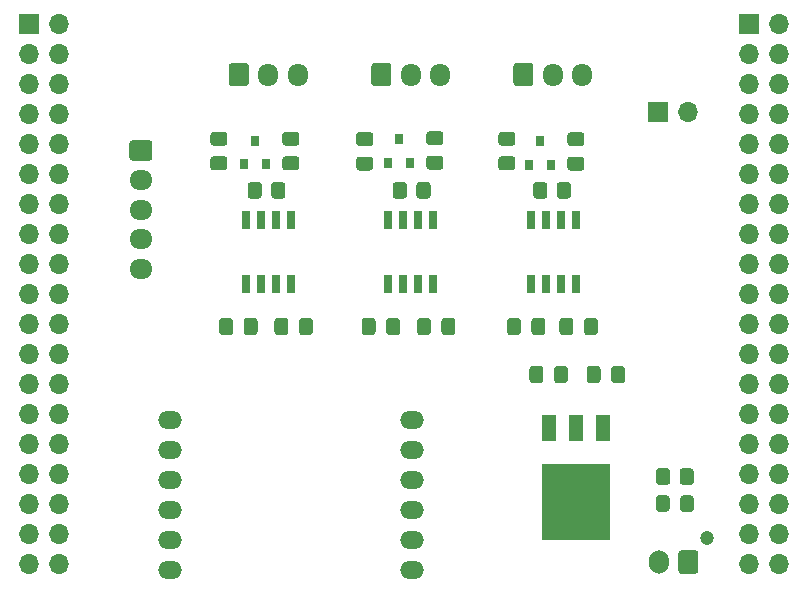
<source format=gts>
G04 #@! TF.GenerationSoftware,KiCad,Pcbnew,(5.1.10)-1*
G04 #@! TF.CreationDate,2021-07-06T11:53:58+05:30*
G04 #@! TF.ProjectId,STM_Morpho,53544d5f-4d6f-4727-9068-6f2e6b696361,rev?*
G04 #@! TF.SameCoordinates,PX7bfa480PY7270e00*
G04 #@! TF.FileFunction,Soldermask,Top*
G04 #@! TF.FilePolarity,Negative*
%FSLAX46Y46*%
G04 Gerber Fmt 4.6, Leading zero omitted, Abs format (unit mm)*
G04 Created by KiCad (PCBNEW (5.1.10)-1) date 2021-07-06 11:53:58*
%MOMM*%
%LPD*%
G01*
G04 APERTURE LIST*
%ADD10O,1.700000X1.700000*%
%ADD11R,1.700000X1.700000*%
%ADD12R,0.800000X0.900000*%
%ADD13O,2.000000X1.500000*%
%ADD14O,1.950000X1.700000*%
%ADD15R,5.800000X6.400000*%
%ADD16R,1.200000X2.200000*%
%ADD17C,1.200000*%
%ADD18O,1.700000X2.000000*%
%ADD19R,0.650000X1.528000*%
%ADD20O,1.700000X1.950000*%
G04 APERTURE END LIST*
D10*
G04 #@! TO.C,CN10*
X66750000Y3040000D03*
X64210000Y3040000D03*
X66750000Y5580000D03*
X64210000Y5580000D03*
X66750000Y8120000D03*
X64210000Y8120000D03*
X66750000Y10660000D03*
X64210000Y10660000D03*
X66750000Y13200000D03*
X64210000Y13200000D03*
X66750000Y15740000D03*
X64210000Y15740000D03*
X66750000Y18280000D03*
X64210000Y18280000D03*
X66750000Y20820000D03*
X64210000Y20820000D03*
X66750000Y23360000D03*
X64210000Y23360000D03*
X66750000Y25900000D03*
X64210000Y25900000D03*
X66750000Y28440000D03*
X64210000Y28440000D03*
X66750000Y30980000D03*
X64210000Y30980000D03*
X66750000Y33520000D03*
X64210000Y33520000D03*
X66750000Y36060000D03*
X64210000Y36060000D03*
X66750000Y38600000D03*
X64210000Y38600000D03*
X66750000Y41140000D03*
X64210000Y41140000D03*
X66750000Y43680000D03*
X64210000Y43680000D03*
X66750000Y46220000D03*
X64210000Y46220000D03*
X66750000Y48760000D03*
D11*
X64210000Y48760000D03*
G04 #@! TD*
G04 #@! TO.C,R3*
G36*
G01*
X47914000Y34195599D02*
X47914000Y35095601D01*
G75*
G02*
X48163999Y35345600I249999J0D01*
G01*
X48864001Y35345600D01*
G75*
G02*
X49114000Y35095601I0J-249999D01*
G01*
X49114000Y34195599D01*
G75*
G02*
X48864001Y33945600I-249999J0D01*
G01*
X48163999Y33945600D01*
G75*
G02*
X47914000Y34195599I0J249999D01*
G01*
G37*
G36*
G01*
X45914000Y34195599D02*
X45914000Y35095601D01*
G75*
G02*
X46163999Y35345600I249999J0D01*
G01*
X46864001Y35345600D01*
G75*
G02*
X47114000Y35095601I0J-249999D01*
G01*
X47114000Y34195599D01*
G75*
G02*
X46864001Y33945600I-249999J0D01*
G01*
X46163999Y33945600D01*
G75*
G02*
X45914000Y34195599I0J249999D01*
G01*
G37*
G04 #@! TD*
G04 #@! TO.C,R2*
G36*
G01*
X36020200Y34195599D02*
X36020200Y35095601D01*
G75*
G02*
X36270199Y35345600I249999J0D01*
G01*
X36970201Y35345600D01*
G75*
G02*
X37220200Y35095601I0J-249999D01*
G01*
X37220200Y34195599D01*
G75*
G02*
X36970201Y33945600I-249999J0D01*
G01*
X36270199Y33945600D01*
G75*
G02*
X36020200Y34195599I0J249999D01*
G01*
G37*
G36*
G01*
X34020200Y34195599D02*
X34020200Y35095601D01*
G75*
G02*
X34270199Y35345600I249999J0D01*
G01*
X34970201Y35345600D01*
G75*
G02*
X35220200Y35095601I0J-249999D01*
G01*
X35220200Y34195599D01*
G75*
G02*
X34970201Y33945600I-249999J0D01*
G01*
X34270199Y33945600D01*
G75*
G02*
X34020200Y34195599I0J249999D01*
G01*
G37*
G04 #@! TD*
G04 #@! TO.C,R1*
G36*
G01*
X23733200Y34195599D02*
X23733200Y35095601D01*
G75*
G02*
X23983199Y35345600I249999J0D01*
G01*
X24683201Y35345600D01*
G75*
G02*
X24933200Y35095601I0J-249999D01*
G01*
X24933200Y34195599D01*
G75*
G02*
X24683201Y33945600I-249999J0D01*
G01*
X23983199Y33945600D01*
G75*
G02*
X23733200Y34195599I0J249999D01*
G01*
G37*
G36*
G01*
X21733200Y34195599D02*
X21733200Y35095601D01*
G75*
G02*
X21983199Y35345600I249999J0D01*
G01*
X22683201Y35345600D01*
G75*
G02*
X22933200Y35095601I0J-249999D01*
G01*
X22933200Y34195599D01*
G75*
G02*
X22683201Y33945600I-249999J0D01*
G01*
X21983199Y33945600D01*
G75*
G02*
X21733200Y34195599I0J249999D01*
G01*
G37*
G04 #@! TD*
D12*
G04 #@! TO.C,D4*
X46482000Y38820600D03*
X47432000Y36820600D03*
X45532000Y36820600D03*
G04 #@! TD*
G04 #@! TO.C,D3*
X34544000Y38963600D03*
X35494000Y36963600D03*
X33594000Y36963600D03*
G04 #@! TD*
G04 #@! TO.C,D2*
X22352000Y38862000D03*
X23302000Y36862000D03*
X21402000Y36862000D03*
G04 #@! TD*
G04 #@! TO.C,C14*
G36*
G01*
X49055000Y37497600D02*
X50005000Y37497600D01*
G75*
G02*
X50255000Y37247600I0J-250000D01*
G01*
X50255000Y36572600D01*
G75*
G02*
X50005000Y36322600I-250000J0D01*
G01*
X49055000Y36322600D01*
G75*
G02*
X48805000Y36572600I0J250000D01*
G01*
X48805000Y37247600D01*
G75*
G02*
X49055000Y37497600I250000J0D01*
G01*
G37*
G36*
G01*
X49055000Y39572600D02*
X50005000Y39572600D01*
G75*
G02*
X50255000Y39322600I0J-250000D01*
G01*
X50255000Y38647600D01*
G75*
G02*
X50005000Y38397600I-250000J0D01*
G01*
X49055000Y38397600D01*
G75*
G02*
X48805000Y38647600I0J250000D01*
G01*
X48805000Y39322600D01*
G75*
G02*
X49055000Y39572600I250000J0D01*
G01*
G37*
G04 #@! TD*
G04 #@! TO.C,C13*
G36*
G01*
X44163000Y38419100D02*
X43213000Y38419100D01*
G75*
G02*
X42963000Y38669100I0J250000D01*
G01*
X42963000Y39344100D01*
G75*
G02*
X43213000Y39594100I250000J0D01*
G01*
X44163000Y39594100D01*
G75*
G02*
X44413000Y39344100I0J-250000D01*
G01*
X44413000Y38669100D01*
G75*
G02*
X44163000Y38419100I-250000J0D01*
G01*
G37*
G36*
G01*
X44163000Y36344100D02*
X43213000Y36344100D01*
G75*
G02*
X42963000Y36594100I0J250000D01*
G01*
X42963000Y37269100D01*
G75*
G02*
X43213000Y37519100I250000J0D01*
G01*
X44163000Y37519100D01*
G75*
G02*
X44413000Y37269100I0J-250000D01*
G01*
X44413000Y36594100D01*
G75*
G02*
X44163000Y36344100I-250000J0D01*
G01*
G37*
G04 #@! TD*
G04 #@! TO.C,C12*
G36*
G01*
X37117000Y37577700D02*
X38067000Y37577700D01*
G75*
G02*
X38317000Y37327700I0J-250000D01*
G01*
X38317000Y36652700D01*
G75*
G02*
X38067000Y36402700I-250000J0D01*
G01*
X37117000Y36402700D01*
G75*
G02*
X36867000Y36652700I0J250000D01*
G01*
X36867000Y37327700D01*
G75*
G02*
X37117000Y37577700I250000J0D01*
G01*
G37*
G36*
G01*
X37117000Y39652700D02*
X38067000Y39652700D01*
G75*
G02*
X38317000Y39402700I0J-250000D01*
G01*
X38317000Y38727700D01*
G75*
G02*
X38067000Y38477700I-250000J0D01*
G01*
X37117000Y38477700D01*
G75*
G02*
X36867000Y38727700I0J250000D01*
G01*
X36867000Y39402700D01*
G75*
G02*
X37117000Y39652700I250000J0D01*
G01*
G37*
G04 #@! TD*
G04 #@! TO.C,C11*
G36*
G01*
X32123400Y38401500D02*
X31173400Y38401500D01*
G75*
G02*
X30923400Y38651500I0J250000D01*
G01*
X30923400Y39326500D01*
G75*
G02*
X31173400Y39576500I250000J0D01*
G01*
X32123400Y39576500D01*
G75*
G02*
X32373400Y39326500I0J-250000D01*
G01*
X32373400Y38651500D01*
G75*
G02*
X32123400Y38401500I-250000J0D01*
G01*
G37*
G36*
G01*
X32123400Y36326500D02*
X31173400Y36326500D01*
G75*
G02*
X30923400Y36576500I0J250000D01*
G01*
X30923400Y37251500D01*
G75*
G02*
X31173400Y37501500I250000J0D01*
G01*
X32123400Y37501500D01*
G75*
G02*
X32373400Y37251500I0J-250000D01*
G01*
X32373400Y36576500D01*
G75*
G02*
X32123400Y36326500I-250000J0D01*
G01*
G37*
G04 #@! TD*
G04 #@! TO.C,C10*
G36*
G01*
X24925000Y37523000D02*
X25875000Y37523000D01*
G75*
G02*
X26125000Y37273000I0J-250000D01*
G01*
X26125000Y36598000D01*
G75*
G02*
X25875000Y36348000I-250000J0D01*
G01*
X24925000Y36348000D01*
G75*
G02*
X24675000Y36598000I0J250000D01*
G01*
X24675000Y37273000D01*
G75*
G02*
X24925000Y37523000I250000J0D01*
G01*
G37*
G36*
G01*
X24925000Y39598000D02*
X25875000Y39598000D01*
G75*
G02*
X26125000Y39348000I0J-250000D01*
G01*
X26125000Y38673000D01*
G75*
G02*
X25875000Y38423000I-250000J0D01*
G01*
X24925000Y38423000D01*
G75*
G02*
X24675000Y38673000I0J250000D01*
G01*
X24675000Y39348000D01*
G75*
G02*
X24925000Y39598000I250000J0D01*
G01*
G37*
G04 #@! TD*
G04 #@! TO.C,C9*
G36*
G01*
X19779000Y38419100D02*
X18829000Y38419100D01*
G75*
G02*
X18579000Y38669100I0J250000D01*
G01*
X18579000Y39344100D01*
G75*
G02*
X18829000Y39594100I250000J0D01*
G01*
X19779000Y39594100D01*
G75*
G02*
X20029000Y39344100I0J-250000D01*
G01*
X20029000Y38669100D01*
G75*
G02*
X19779000Y38419100I-250000J0D01*
G01*
G37*
G36*
G01*
X19779000Y36344100D02*
X18829000Y36344100D01*
G75*
G02*
X18579000Y36594100I0J250000D01*
G01*
X18579000Y37269100D01*
G75*
G02*
X18829000Y37519100I250000J0D01*
G01*
X19779000Y37519100D01*
G75*
G02*
X20029000Y37269100I0J-250000D01*
G01*
X20029000Y36594100D01*
G75*
G02*
X19779000Y36344100I-250000J0D01*
G01*
G37*
G04 #@! TD*
G04 #@! TO.C,R4*
G36*
G01*
X58312000Y9963999D02*
X58312000Y10864001D01*
G75*
G02*
X58561999Y11114000I249999J0D01*
G01*
X59262001Y11114000D01*
G75*
G02*
X59512000Y10864001I0J-249999D01*
G01*
X59512000Y9963999D01*
G75*
G02*
X59262001Y9714000I-249999J0D01*
G01*
X58561999Y9714000D01*
G75*
G02*
X58312000Y9963999I0J249999D01*
G01*
G37*
G36*
G01*
X56312000Y9963999D02*
X56312000Y10864001D01*
G75*
G02*
X56561999Y11114000I249999J0D01*
G01*
X57262001Y11114000D01*
G75*
G02*
X57512000Y10864001I0J-249999D01*
G01*
X57512000Y9963999D01*
G75*
G02*
X57262001Y9714000I-249999J0D01*
G01*
X56561999Y9714000D01*
G75*
G02*
X56312000Y9963999I0J249999D01*
G01*
G37*
G04 #@! TD*
G04 #@! TO.C,D1*
G36*
G01*
X58362000Y7677999D02*
X58362000Y8578001D01*
G75*
G02*
X58611999Y8828000I249999J0D01*
G01*
X59262001Y8828000D01*
G75*
G02*
X59512000Y8578001I0J-249999D01*
G01*
X59512000Y7677999D01*
G75*
G02*
X59262001Y7428000I-249999J0D01*
G01*
X58611999Y7428000D01*
G75*
G02*
X58362000Y7677999I0J249999D01*
G01*
G37*
G36*
G01*
X56312000Y7677999D02*
X56312000Y8578001D01*
G75*
G02*
X56561999Y8828000I249999J0D01*
G01*
X57212001Y8828000D01*
G75*
G02*
X57462000Y8578001I0J-249999D01*
G01*
X57462000Y7677999D01*
G75*
G02*
X57212001Y7428000I-249999J0D01*
G01*
X56561999Y7428000D01*
G75*
G02*
X56312000Y7677999I0J249999D01*
G01*
G37*
G04 #@! TD*
D13*
G04 #@! TO.C,J1*
X35630000Y15240000D03*
X15170000Y15240000D03*
X35630000Y12700000D03*
X15170000Y12700000D03*
X35630000Y10160000D03*
X15170000Y10160000D03*
X35630000Y7620000D03*
X15170000Y7620000D03*
X35630000Y5080000D03*
X15170000Y5080000D03*
X35630000Y2540000D03*
X15170000Y2540000D03*
G04 #@! TD*
D11*
G04 #@! TO.C,J3*
X56515000Y41275000D03*
D10*
X59055000Y41275000D03*
G04 #@! TD*
G04 #@! TO.C,CN7*
X5790000Y3040000D03*
X3250000Y3040000D03*
X5790000Y5580000D03*
X3250000Y5580000D03*
X5790000Y8120000D03*
X3250000Y8120000D03*
X5790000Y10660000D03*
X3250000Y10660000D03*
X5790000Y13200000D03*
X3250000Y13200000D03*
X5790000Y15740000D03*
X3250000Y15740000D03*
X5790000Y18280000D03*
X3250000Y18280000D03*
X5790000Y20820000D03*
X3250000Y20820000D03*
X5790000Y23360000D03*
X3250000Y23360000D03*
X5790000Y25900000D03*
X3250000Y25900000D03*
X5790000Y28440000D03*
X3250000Y28440000D03*
X5790000Y30980000D03*
X3250000Y30980000D03*
X5790000Y33520000D03*
X3250000Y33520000D03*
X5790000Y36060000D03*
X3250000Y36060000D03*
X5790000Y38600000D03*
X3250000Y38600000D03*
X5790000Y41140000D03*
X3250000Y41140000D03*
X5790000Y43680000D03*
X3250000Y43680000D03*
X5790000Y46220000D03*
X3250000Y46220000D03*
X5790000Y48760000D03*
D11*
X3250000Y48760000D03*
G04 #@! TD*
G04 #@! TO.C,SPI1*
G36*
G01*
X11975000Y38870000D02*
X13425000Y38870000D01*
G75*
G02*
X13675000Y38620000I0J-250000D01*
G01*
X13675000Y37420000D01*
G75*
G02*
X13425000Y37170000I-250000J0D01*
G01*
X11975000Y37170000D01*
G75*
G02*
X11725000Y37420000I0J250000D01*
G01*
X11725000Y38620000D01*
G75*
G02*
X11975000Y38870000I250000J0D01*
G01*
G37*
D14*
X12700000Y35520000D03*
X12700000Y33020000D03*
X12700000Y30520000D03*
X12700000Y28020000D03*
G04 #@! TD*
G04 #@! TO.C,C6*
G36*
G01*
X45767500Y22639000D02*
X45767500Y23589000D01*
G75*
G02*
X46017500Y23839000I250000J0D01*
G01*
X46692500Y23839000D01*
G75*
G02*
X46942500Y23589000I0J-250000D01*
G01*
X46942500Y22639000D01*
G75*
G02*
X46692500Y22389000I-250000J0D01*
G01*
X46017500Y22389000D01*
G75*
G02*
X45767500Y22639000I0J250000D01*
G01*
G37*
G36*
G01*
X43692500Y22639000D02*
X43692500Y23589000D01*
G75*
G02*
X43942500Y23839000I250000J0D01*
G01*
X44617500Y23839000D01*
G75*
G02*
X44867500Y23589000I0J-250000D01*
G01*
X44867500Y22639000D01*
G75*
G02*
X44617500Y22389000I-250000J0D01*
G01*
X43942500Y22389000D01*
G75*
G02*
X43692500Y22639000I0J250000D01*
G01*
G37*
G04 #@! TD*
G04 #@! TO.C,C5*
G36*
G01*
X33470000Y22639000D02*
X33470000Y23589000D01*
G75*
G02*
X33720000Y23839000I250000J0D01*
G01*
X34395000Y23839000D01*
G75*
G02*
X34645000Y23589000I0J-250000D01*
G01*
X34645000Y22639000D01*
G75*
G02*
X34395000Y22389000I-250000J0D01*
G01*
X33720000Y22389000D01*
G75*
G02*
X33470000Y22639000I0J250000D01*
G01*
G37*
G36*
G01*
X31395000Y22639000D02*
X31395000Y23589000D01*
G75*
G02*
X31645000Y23839000I250000J0D01*
G01*
X32320000Y23839000D01*
G75*
G02*
X32570000Y23589000I0J-250000D01*
G01*
X32570000Y22639000D01*
G75*
G02*
X32320000Y22389000I-250000J0D01*
G01*
X31645000Y22389000D01*
G75*
G02*
X31395000Y22639000I0J250000D01*
G01*
G37*
G04 #@! TD*
G04 #@! TO.C,C4*
G36*
G01*
X21405000Y22639000D02*
X21405000Y23589000D01*
G75*
G02*
X21655000Y23839000I250000J0D01*
G01*
X22330000Y23839000D01*
G75*
G02*
X22580000Y23589000I0J-250000D01*
G01*
X22580000Y22639000D01*
G75*
G02*
X22330000Y22389000I-250000J0D01*
G01*
X21655000Y22389000D01*
G75*
G02*
X21405000Y22639000I0J250000D01*
G01*
G37*
G36*
G01*
X19330000Y22639000D02*
X19330000Y23589000D01*
G75*
G02*
X19580000Y23839000I250000J0D01*
G01*
X20255000Y23839000D01*
G75*
G02*
X20505000Y23589000I0J-250000D01*
G01*
X20505000Y22639000D01*
G75*
G02*
X20255000Y22389000I-250000J0D01*
G01*
X19580000Y22389000D01*
G75*
G02*
X19330000Y22639000I0J250000D01*
G01*
G37*
G04 #@! TD*
D15*
G04 #@! TO.C,U1*
X49530000Y8255000D03*
D16*
X47250000Y14555000D03*
X49530000Y14555000D03*
X51810000Y14555000D03*
G04 #@! TD*
D17*
G04 #@! TO.C,J2*
X60655000Y5175000D03*
D18*
X56555000Y3175000D03*
G36*
G01*
X59905000Y3925000D02*
X59905000Y2425000D01*
G75*
G02*
X59655000Y2175000I-250000J0D01*
G01*
X58455000Y2175000D01*
G75*
G02*
X58205000Y2425000I0J250000D01*
G01*
X58205000Y3925000D01*
G75*
G02*
X58455000Y4175000I250000J0D01*
G01*
X59655000Y4175000D01*
G75*
G02*
X59905000Y3925000I0J-250000D01*
G01*
G37*
G04 #@! TD*
G04 #@! TO.C,C7*
G36*
G01*
X47672500Y18575000D02*
X47672500Y19525000D01*
G75*
G02*
X47922500Y19775000I250000J0D01*
G01*
X48597500Y19775000D01*
G75*
G02*
X48847500Y19525000I0J-250000D01*
G01*
X48847500Y18575000D01*
G75*
G02*
X48597500Y18325000I-250000J0D01*
G01*
X47922500Y18325000D01*
G75*
G02*
X47672500Y18575000I0J250000D01*
G01*
G37*
G36*
G01*
X45597500Y18575000D02*
X45597500Y19525000D01*
G75*
G02*
X45847500Y19775000I250000J0D01*
G01*
X46522500Y19775000D01*
G75*
G02*
X46772500Y19525000I0J-250000D01*
G01*
X46772500Y18575000D01*
G75*
G02*
X46522500Y18325000I-250000J0D01*
G01*
X45847500Y18325000D01*
G75*
G02*
X45597500Y18575000I0J250000D01*
G01*
G37*
G04 #@! TD*
G04 #@! TO.C,C8*
G36*
G01*
X51620000Y19525000D02*
X51620000Y18575000D01*
G75*
G02*
X51370000Y18325000I-250000J0D01*
G01*
X50695000Y18325000D01*
G75*
G02*
X50445000Y18575000I0J250000D01*
G01*
X50445000Y19525000D01*
G75*
G02*
X50695000Y19775000I250000J0D01*
G01*
X51370000Y19775000D01*
G75*
G02*
X51620000Y19525000I0J-250000D01*
G01*
G37*
G36*
G01*
X53695000Y19525000D02*
X53695000Y18575000D01*
G75*
G02*
X53445000Y18325000I-250000J0D01*
G01*
X52770000Y18325000D01*
G75*
G02*
X52520000Y18575000I0J250000D01*
G01*
X52520000Y19525000D01*
G75*
G02*
X52770000Y19775000I250000J0D01*
G01*
X53445000Y19775000D01*
G75*
G02*
X53695000Y19525000I0J-250000D01*
G01*
G37*
G04 #@! TD*
G04 #@! TO.C,C3*
G36*
G01*
X50212500Y22639000D02*
X50212500Y23589000D01*
G75*
G02*
X50462500Y23839000I250000J0D01*
G01*
X51137500Y23839000D01*
G75*
G02*
X51387500Y23589000I0J-250000D01*
G01*
X51387500Y22639000D01*
G75*
G02*
X51137500Y22389000I-250000J0D01*
G01*
X50462500Y22389000D01*
G75*
G02*
X50212500Y22639000I0J250000D01*
G01*
G37*
G36*
G01*
X48137500Y22639000D02*
X48137500Y23589000D01*
G75*
G02*
X48387500Y23839000I250000J0D01*
G01*
X49062500Y23839000D01*
G75*
G02*
X49312500Y23589000I0J-250000D01*
G01*
X49312500Y22639000D01*
G75*
G02*
X49062500Y22389000I-250000J0D01*
G01*
X48387500Y22389000D01*
G75*
G02*
X48137500Y22639000I0J250000D01*
G01*
G37*
G04 #@! TD*
G04 #@! TO.C,C2*
G36*
G01*
X38147500Y22639000D02*
X38147500Y23589000D01*
G75*
G02*
X38397500Y23839000I250000J0D01*
G01*
X39072500Y23839000D01*
G75*
G02*
X39322500Y23589000I0J-250000D01*
G01*
X39322500Y22639000D01*
G75*
G02*
X39072500Y22389000I-250000J0D01*
G01*
X38397500Y22389000D01*
G75*
G02*
X38147500Y22639000I0J250000D01*
G01*
G37*
G36*
G01*
X36072500Y22639000D02*
X36072500Y23589000D01*
G75*
G02*
X36322500Y23839000I250000J0D01*
G01*
X36997500Y23839000D01*
G75*
G02*
X37247500Y23589000I0J-250000D01*
G01*
X37247500Y22639000D01*
G75*
G02*
X36997500Y22389000I-250000J0D01*
G01*
X36322500Y22389000D01*
G75*
G02*
X36072500Y22639000I0J250000D01*
G01*
G37*
G04 #@! TD*
G04 #@! TO.C,C1*
G36*
G01*
X26082500Y22639000D02*
X26082500Y23589000D01*
G75*
G02*
X26332500Y23839000I250000J0D01*
G01*
X27007500Y23839000D01*
G75*
G02*
X27257500Y23589000I0J-250000D01*
G01*
X27257500Y22639000D01*
G75*
G02*
X27007500Y22389000I-250000J0D01*
G01*
X26332500Y22389000D01*
G75*
G02*
X26082500Y22639000I0J250000D01*
G01*
G37*
G36*
G01*
X24007500Y22639000D02*
X24007500Y23589000D01*
G75*
G02*
X24257500Y23839000I250000J0D01*
G01*
X24932500Y23839000D01*
G75*
G02*
X25182500Y23589000I0J-250000D01*
G01*
X25182500Y22639000D01*
G75*
G02*
X24932500Y22389000I-250000J0D01*
G01*
X24257500Y22389000D01*
G75*
G02*
X24007500Y22639000I0J250000D01*
G01*
G37*
G04 #@! TD*
D19*
G04 #@! TO.C,IC3*
X45720000Y32175000D03*
X46990000Y32175000D03*
X48260000Y32175000D03*
X49530000Y32175000D03*
X49530000Y26753000D03*
X48260000Y26753000D03*
X46990000Y26753000D03*
X45720000Y26753000D03*
G04 #@! TD*
G04 #@! TO.C,IC2*
X33655000Y32175000D03*
X34925000Y32175000D03*
X36195000Y32175000D03*
X37465000Y32175000D03*
X37465000Y26753000D03*
X36195000Y26753000D03*
X34925000Y26753000D03*
X33655000Y26753000D03*
G04 #@! TD*
G04 #@! TO.C,IC1*
X21590000Y32175000D03*
X22860000Y32175000D03*
X24130000Y32175000D03*
X25400000Y32175000D03*
X25400000Y26753000D03*
X24130000Y26753000D03*
X22860000Y26753000D03*
X21590000Y26753000D03*
G04 #@! TD*
D20*
G04 #@! TO.C,CAN3*
X50085000Y44450000D03*
X47585000Y44450000D03*
G36*
G01*
X44235000Y43725000D02*
X44235000Y45175000D01*
G75*
G02*
X44485000Y45425000I250000J0D01*
G01*
X45685000Y45425000D01*
G75*
G02*
X45935000Y45175000I0J-250000D01*
G01*
X45935000Y43725000D01*
G75*
G02*
X45685000Y43475000I-250000J0D01*
G01*
X44485000Y43475000D01*
G75*
G02*
X44235000Y43725000I0J250000D01*
G01*
G37*
G04 #@! TD*
G04 #@! TO.C,CAN2*
X38060000Y44450000D03*
X35560000Y44450000D03*
G36*
G01*
X32210000Y43725000D02*
X32210000Y45175000D01*
G75*
G02*
X32460000Y45425000I250000J0D01*
G01*
X33660000Y45425000D01*
G75*
G02*
X33910000Y45175000I0J-250000D01*
G01*
X33910000Y43725000D01*
G75*
G02*
X33660000Y43475000I-250000J0D01*
G01*
X32460000Y43475000D01*
G75*
G02*
X32210000Y43725000I0J250000D01*
G01*
G37*
G04 #@! TD*
G04 #@! TO.C,CAN1*
X25995000Y44450000D03*
X23495000Y44450000D03*
G36*
G01*
X20145000Y43725000D02*
X20145000Y45175000D01*
G75*
G02*
X20395000Y45425000I250000J0D01*
G01*
X21595000Y45425000D01*
G75*
G02*
X21845000Y45175000I0J-250000D01*
G01*
X21845000Y43725000D01*
G75*
G02*
X21595000Y43475000I-250000J0D01*
G01*
X20395000Y43475000D01*
G75*
G02*
X20145000Y43725000I0J250000D01*
G01*
G37*
G04 #@! TD*
M02*

</source>
